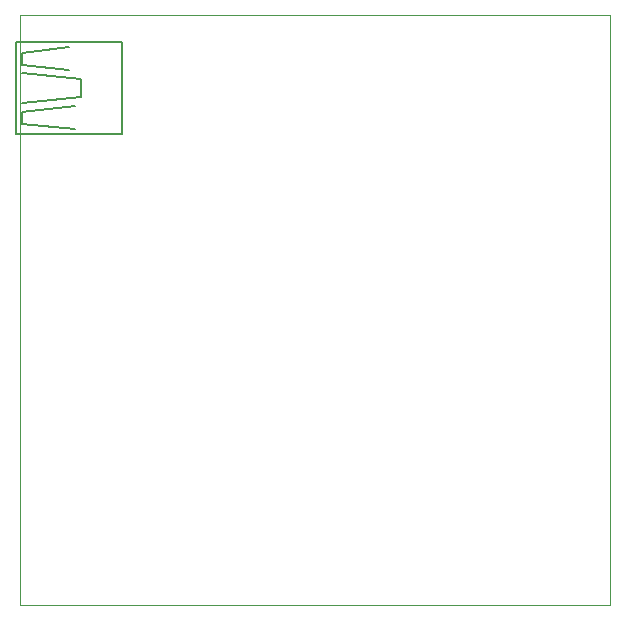
<source format=gbo>
G75*
%MOIN*%
%OFA0B0*%
%FSLAX25Y25*%
%IPPOS*%
%LPD*%
%AMOC8*
5,1,8,0,0,1.08239X$1,22.5*
%
%ADD10C,0.00000*%
%ADD11C,0.00500*%
D10*
X0009001Y0005569D02*
X0009001Y0202419D01*
X0205851Y0202419D01*
X0205851Y0005569D01*
X0009001Y0005569D01*
D11*
X0007662Y0162576D02*
X0043095Y0162576D01*
X0043095Y0193285D01*
X0007662Y0193285D01*
X0007662Y0162576D01*
X0009630Y0166120D02*
X0009630Y0170057D01*
X0027347Y0172025D01*
X0029315Y0174978D02*
X0009630Y0173010D01*
X0009630Y0166120D02*
X0027347Y0164151D01*
X0029315Y0174978D02*
X0029315Y0180884D01*
X0009630Y0182852D01*
X0009630Y0185805D02*
X0025378Y0183836D01*
X0025378Y0191710D02*
X0009630Y0189742D01*
X0009630Y0185805D01*
M02*

</source>
